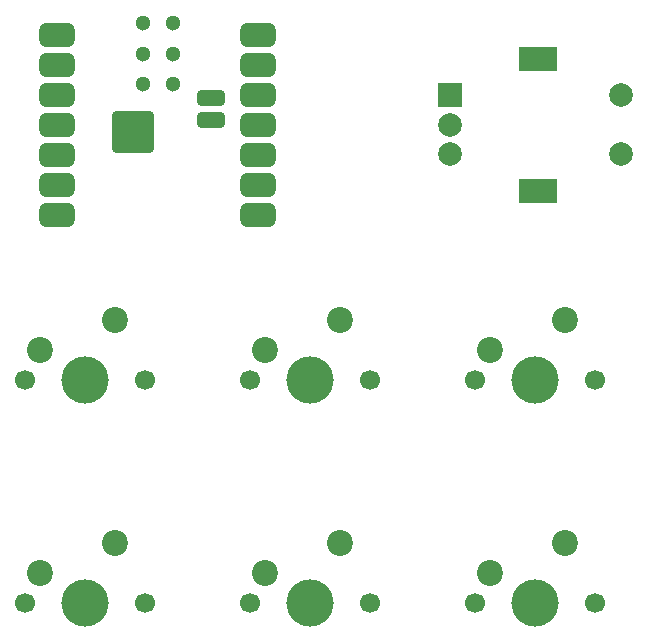
<source format=gbr>
%TF.GenerationSoftware,KiCad,Pcbnew,9.0.6*%
%TF.CreationDate,2026-01-03T09:42:59+01:00*%
%TF.ProjectId,Macropad,4d616372-6f70-4616-942e-6b696361645f,rev?*%
%TF.SameCoordinates,Original*%
%TF.FileFunction,Soldermask,Bot*%
%TF.FilePolarity,Negative*%
%FSLAX46Y46*%
G04 Gerber Fmt 4.6, Leading zero omitted, Abs format (unit mm)*
G04 Created by KiCad (PCBNEW 9.0.6) date 2026-01-03 09:42:59*
%MOMM*%
%LPD*%
G01*
G04 APERTURE LIST*
G04 Aperture macros list*
%AMRoundRect*
0 Rectangle with rounded corners*
0 $1 Rounding radius*
0 $2 $3 $4 $5 $6 $7 $8 $9 X,Y pos of 4 corners*
0 Add a 4 corners polygon primitive as box body*
4,1,4,$2,$3,$4,$5,$6,$7,$8,$9,$2,$3,0*
0 Add four circle primitives for the rounded corners*
1,1,$1+$1,$2,$3*
1,1,$1+$1,$4,$5*
1,1,$1+$1,$6,$7*
1,1,$1+$1,$8,$9*
0 Add four rect primitives between the rounded corners*
20,1,$1+$1,$2,$3,$4,$5,0*
20,1,$1+$1,$4,$5,$6,$7,0*
20,1,$1+$1,$6,$7,$8,$9,0*
20,1,$1+$1,$8,$9,$2,$3,0*%
G04 Aperture macros list end*
%ADD10C,1.700000*%
%ADD11C,4.000000*%
%ADD12C,2.200000*%
%ADD13R,2.000000X2.000000*%
%ADD14C,2.000000*%
%ADD15R,3.200000X2.000000*%
%ADD16RoundRect,0.500000X1.000000X0.500000X-1.000000X0.500000X-1.000000X-0.500000X1.000000X-0.500000X0*%
%ADD17RoundRect,0.250000X1.500000X1.500000X-1.500000X1.500000X-1.500000X-1.500000X1.500000X-1.500000X0*%
%ADD18RoundRect,0.250000X0.900000X0.400000X-0.900000X0.400000X-0.900000X-0.400000X0.900000X-0.400000X0*%
%ADD19C,1.300000*%
G04 APERTURE END LIST*
D10*
%TO.C,SW3*%
X171132500Y-88265000D03*
D11*
X176212500Y-88265000D03*
D10*
X181292500Y-88265000D03*
D12*
X178752500Y-83185000D03*
X172402500Y-85725000D03*
%TD*%
D13*
%TO.C,SW7*%
X188012500Y-64175000D03*
D14*
X188012500Y-69175000D03*
X188012500Y-66675000D03*
D15*
X195512500Y-61075000D03*
X195512500Y-72275000D03*
D14*
X202512500Y-69175000D03*
X202512500Y-64175000D03*
%TD*%
D10*
%TO.C,SW2*%
X152082500Y-107156250D03*
D11*
X157162500Y-107156250D03*
D10*
X162242500Y-107156250D03*
D12*
X159702500Y-102076250D03*
X153352500Y-104616250D03*
%TD*%
D10*
%TO.C,SW4*%
X171132500Y-107156250D03*
D11*
X176212500Y-107156250D03*
D10*
X181292500Y-107156250D03*
D12*
X178752500Y-102076250D03*
X172402500Y-104616250D03*
%TD*%
D10*
%TO.C,SW6*%
X190182500Y-107156250D03*
D11*
X195262500Y-107156250D03*
D10*
X200342500Y-107156250D03*
D12*
X197802500Y-102076250D03*
X191452500Y-104616250D03*
%TD*%
D10*
%TO.C,SW5*%
X190182500Y-88265000D03*
D11*
X195262500Y-88265000D03*
D10*
X200342500Y-88265000D03*
D12*
X197802500Y-83185000D03*
X191452500Y-85725000D03*
%TD*%
D10*
%TO.C,SW1*%
X152082500Y-88265000D03*
D11*
X157162500Y-88265000D03*
D10*
X162242500Y-88265000D03*
D12*
X159702500Y-83185000D03*
X153352500Y-85725000D03*
%TD*%
D16*
%TO.C,U1*%
X171781250Y-59055000D03*
X171781250Y-61595000D03*
X171781250Y-64135000D03*
X171781250Y-66675000D03*
X171781250Y-69215000D03*
X171781250Y-71755000D03*
X171781250Y-74295000D03*
X154781250Y-74295000D03*
X154781250Y-71755000D03*
X154781250Y-69215000D03*
X154781250Y-66675000D03*
X154781250Y-64135000D03*
X154781250Y-61595000D03*
X154781250Y-59055000D03*
D17*
X161181250Y-67275000D03*
D18*
X167781250Y-66275000D03*
X167781250Y-64375000D03*
D19*
X164551250Y-58055000D03*
X164551250Y-60635000D03*
X164551250Y-63175000D03*
X162011250Y-63175000D03*
X162011250Y-60635000D03*
X162011250Y-58055000D03*
%TD*%
M02*

</source>
